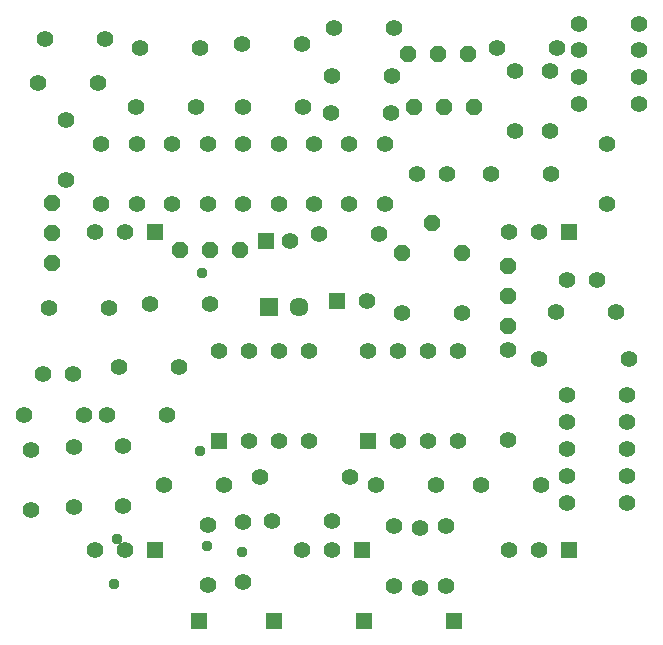
<source format=gbr>
G04 EAGLE Gerber RS-274X export*
G75*
%MOMM*%
%FSLAX34Y34*%
%LPD*%
%INSoldermask Top*%
%IPPOS*%
%AMOC8*
5,1,8,0,0,1.08239X$1,22.5*%
G01*
%ADD10R,1.411200X1.411200*%
%ADD11C,1.411200*%
%ADD12R,1.611200X1.611200*%
%ADD13C,1.611200*%
%ADD14P,1.527469X8X292.500000*%
%ADD15P,1.527469X8X22.500000*%
%ADD16C,0.959600*%


D10*
X240400Y220000D03*
X490400Y280000D03*
D11*
X439600Y280000D03*
X465000Y280000D03*
X41300Y675700D03*
X92100Y675700D03*
X465000Y441900D03*
X541200Y441900D03*
X438800Y373800D03*
X438800Y450000D03*
X326900Y335200D03*
X377700Y335200D03*
X488700Y509000D03*
X514100Y509000D03*
X229300Y341900D03*
X305500Y341900D03*
X148000Y335200D03*
X198800Y335200D03*
X127500Y705000D03*
X178300Y705000D03*
X46800Y712700D03*
X97600Y712700D03*
X113300Y368100D03*
X113300Y317300D03*
X123720Y655700D03*
X174520Y655700D03*
X71300Y316500D03*
X71300Y367300D03*
X159900Y435200D03*
X109100Y435200D03*
X45200Y429000D03*
X70600Y429000D03*
X135500Y488700D03*
X186300Y488700D03*
X50200Y485200D03*
X101000Y485200D03*
X362200Y599000D03*
X387600Y599000D03*
D10*
X234400Y541700D03*
D11*
X254400Y541700D03*
D10*
X294000Y490800D03*
D11*
X319400Y490800D03*
X214700Y655700D03*
X265500Y655700D03*
X213300Y708700D03*
X264100Y708700D03*
X291700Y722700D03*
X342500Y722700D03*
X289500Y681400D03*
X340300Y681400D03*
X415800Y335200D03*
X466600Y335200D03*
X424400Y598700D03*
X475200Y598700D03*
X523100Y573300D03*
X523100Y624100D03*
D12*
X236900Y486000D03*
D13*
X262300Y486000D03*
D10*
X490400Y550000D03*
D11*
X439600Y550000D03*
X465000Y550000D03*
D10*
X392800Y220000D03*
X194500Y372700D03*
D11*
X219900Y372700D03*
X219900Y448900D03*
X194500Y448900D03*
X245300Y372700D03*
X270700Y372700D03*
X245300Y448900D03*
X270700Y448900D03*
D10*
X320200Y372700D03*
D11*
X345600Y372700D03*
X345600Y448900D03*
X320200Y448900D03*
X371000Y372700D03*
X396400Y372700D03*
X371000Y448900D03*
X396400Y448900D03*
D10*
X176900Y220000D03*
X315400Y280000D03*
D11*
X264600Y280000D03*
X290000Y280000D03*
D10*
X316600Y220000D03*
D14*
X52900Y574400D03*
X52900Y549000D03*
X52900Y523600D03*
D15*
X161300Y534000D03*
X186700Y534000D03*
X212100Y534000D03*
X359500Y655200D03*
X384900Y655200D03*
X410300Y655200D03*
D14*
X438700Y520600D03*
X438700Y495200D03*
X438700Y469800D03*
D11*
X244600Y573600D03*
X244600Y624400D03*
X124600Y573600D03*
X124600Y624400D03*
X444600Y635100D03*
X444600Y685900D03*
X474600Y635100D03*
X474600Y685900D03*
X340000Y650000D03*
X289200Y650000D03*
X334600Y624400D03*
X334600Y573600D03*
X499200Y658000D03*
X550000Y658000D03*
X499200Y681000D03*
X550000Y681000D03*
X499200Y704000D03*
X550000Y704000D03*
X479200Y482000D03*
X530000Y482000D03*
X480000Y705000D03*
X429200Y705000D03*
X214600Y573600D03*
X214600Y624400D03*
D15*
X349200Y532000D03*
X400000Y532000D03*
X374600Y557400D03*
D11*
X489200Y320000D03*
X540000Y320000D03*
X489200Y343000D03*
X540000Y343000D03*
X489200Y389000D03*
X540000Y389000D03*
X342500Y249800D03*
X342500Y300600D03*
X540000Y366000D03*
X489200Y366000D03*
X489200Y412000D03*
X540000Y412000D03*
X239200Y305000D03*
X290000Y305000D03*
X279200Y548000D03*
X330000Y548000D03*
X349200Y481000D03*
X400000Y481000D03*
X184600Y573600D03*
X184600Y624400D03*
X364600Y248600D03*
X364600Y299400D03*
X34600Y314600D03*
X34600Y365400D03*
X29200Y395000D03*
X80000Y395000D03*
X99200Y395000D03*
X150000Y395000D03*
X214600Y253600D03*
X214600Y304400D03*
X184600Y250600D03*
X184600Y301400D03*
X386300Y249800D03*
X386300Y300600D03*
X64600Y644400D03*
X64600Y593600D03*
X94600Y573600D03*
X94600Y624400D03*
X274600Y573600D03*
X274600Y624400D03*
X304600Y573600D03*
X304600Y624400D03*
X499200Y726000D03*
X550000Y726000D03*
X154600Y573600D03*
X154600Y624400D03*
D10*
X140400Y280000D03*
D11*
X89600Y280000D03*
X115000Y280000D03*
D10*
X140400Y550000D03*
D11*
X89600Y550000D03*
X115000Y550000D03*
D15*
X354600Y700000D03*
X380000Y700000D03*
X405400Y700000D03*
D16*
X179832Y515112D03*
X178308Y364236D03*
X184404Y283464D03*
X108204Y289560D03*
X105156Y251460D03*
X213360Y278892D03*
M02*

</source>
